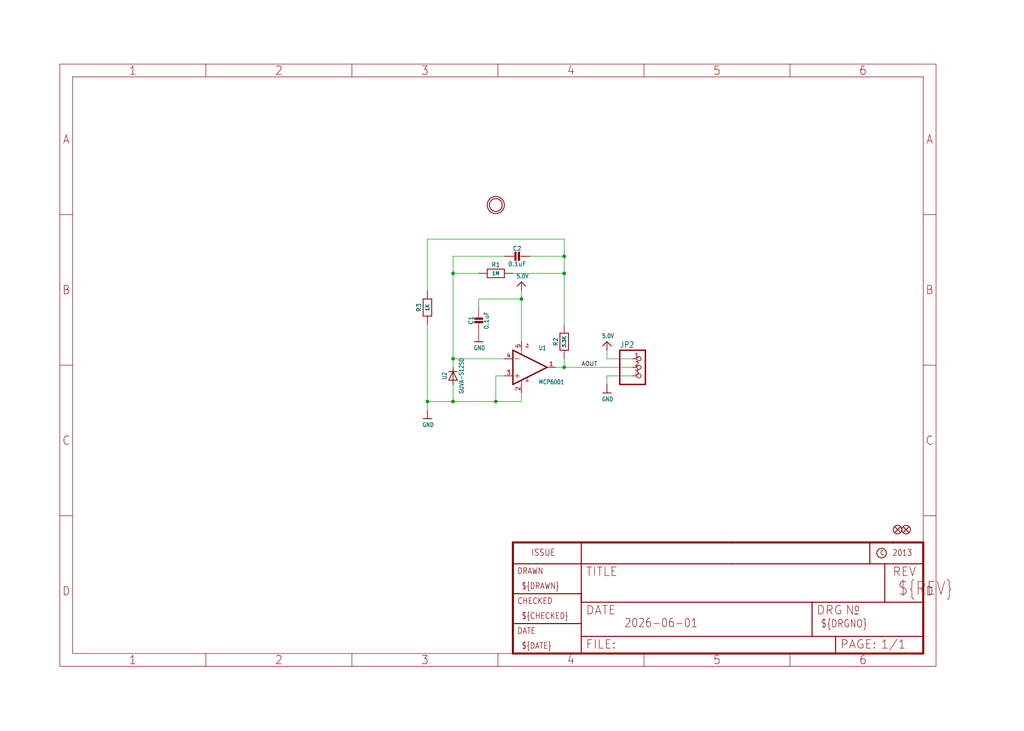
<source format=kicad_sch>
(kicad_sch (version 20231120) (generator "eeschema") (generator_version "8.0")
  (paper "User" 304.267 217.322)
  (lib_symbols
    (symbol "Adafruit GUVA UV Sensor Breakout-eagle-import:adafruit_PINHD-1X3CB"
      (property "Reference" "JP" (at -6.35 5.715 0))
      (symbol "adafruit_PINHD-1X3CB_1_0"
        (polyline (pts (xy -6.35 -5.08) (xy 1.27 -5.08)) (stroke (width 0.4064)))
        (polyline (pts (xy -6.35 5.08) (xy -6.35 -5.08)) (stroke (width 0.4064)))
        (polyline (pts (xy 1.27 -5.08) (xy 1.27 5.08)) (stroke (width 0.4064)))
        (polyline (pts (xy 1.27 5.08) (xy -6.35 5.08)) (stroke (width 0.4064)))
        (pin passive inverted (at -2.54 2.54 0) (length 2.54) (name "1") (number "1"))
        (pin passive inverted (at -2.54 0 0) (length 2.54) (name "2") (number "2"))
        (pin passive inverted (at -2.54 -2.54 0) (length 2.54) (name "3") (number "3"))
      )
    )
    (symbol "Adafruit GUVA UV Sensor Breakout-eagle-import:microbuilder_5.0V" (power)
      (symbol "microbuilder_5.0V_1_0"
        (polyline (pts (xy -1.27 -1.27) (xy 0 0)) (stroke (width 0.254)))
        (polyline (pts (xy 0 0) (xy 1.27 -1.27)) (stroke (width 0.254)))
        (pin power_in line (at 0 -2.54 90) (length 2.54) (name "5.0V") (number "1"))
      )
    )
    (symbol "Adafruit GUVA UV Sensor Breakout-eagle-import:microbuilder_CAP_CERAMIC0805-NOOUTLINE"
      (property "Reference" "C" (at -2.29 1.25 90))
      (symbol "microbuilder_CAP_CERAMIC0805-NOOUTLINE_1_0"
        (rectangle (start -1.27 0.508) (end 1.27 1.016) (fill (type outline)))
        (rectangle (start -1.27 1.524) (end 1.27 2.032) (fill (type outline)))
        (polyline (pts (xy 0 0.762) (xy 0 0)) (stroke (width 0.1524)))
        (polyline (pts (xy 0 2.54) (xy 0 1.778)) (stroke (width 0.1524)))
        (pin passive line (at 0 5.08 270) (length 2.54) (name "1") (number "1"))
        (pin passive line (at 0 -2.54 90) (length 2.54) (name "2") (number "2"))
      )
    )
    (symbol "Adafruit GUVA UV Sensor Breakout-eagle-import:microbuilder_FIDUCIAL{dblquote}{dblquote}"
      (symbol "microbuilder_FIDUCIAL{dblquote}{dblquote}_1_0"
        (polyline (pts (xy -0.762 0.762) (xy 0.762 -0.762)) (stroke (width 0.254)))
        (polyline (pts (xy 0.762 0.762) (xy -0.762 -0.762)) (stroke (width 0.254)))
        (circle (center 0 0) (radius 1.27) (stroke (width 0.254)))
      )
    )
    (symbol "Adafruit GUVA UV Sensor Breakout-eagle-import:microbuilder_FRAME_A4"
      (symbol "microbuilder_FRAME_A4_1_0"
        (polyline (pts (xy 0 44.7675) (xy 3.81 44.7675)))
        (polyline (pts (xy 0 89.535) (xy 3.81 89.535)))
        (polyline (pts (xy 0 134.3025) (xy 3.81 134.3025)))
        (polyline (pts (xy 3.81 3.81) (xy 3.81 175.26)))
        (polyline (pts (xy 43.3917 0) (xy 43.3917 3.81)))
        (polyline (pts (xy 43.3917 175.26) (xy 43.3917 179.07)))
        (polyline (pts (xy 86.7833 0) (xy 86.7833 3.81)))
        (polyline (pts (xy 86.7833 175.26) (xy 86.7833 179.07)))
        (polyline (pts (xy 130.175 0) (xy 130.175 3.81)))
        (polyline (pts (xy 130.175 175.26) (xy 130.175 179.07)))
        (polyline (pts (xy 173.5667 0) (xy 173.5667 3.81)))
        (polyline (pts (xy 173.5667 175.26) (xy 173.5667 179.07)))
        (polyline (pts (xy 216.9583 0) (xy 216.9583 3.81)))
        (polyline (pts (xy 216.9583 175.26) (xy 216.9583 179.07)))
        (polyline (pts (xy 256.54 3.81) (xy 3.81 3.81)))
        (polyline (pts (xy 256.54 3.81) (xy 256.54 8.89)) (stroke (width 0.1016)))
        (polyline (pts (xy 256.54 3.81) (xy 256.54 175.26)))
        (polyline (pts (xy 256.54 8.89) (xy 256.54 13.97)) (stroke (width 0.1016)))
        (polyline (pts (xy 256.54 13.97) (xy 256.54 19.05)) (stroke (width 0.1016)))
        (polyline (pts (xy 256.54 19.05) (xy 256.54 36.83)) (stroke (width 0.1016)))
        (polyline (pts (xy 256.54 44.7675) (xy 260.35 44.7675)))
        (polyline (pts (xy 256.54 89.535) (xy 260.35 89.535)))
        (polyline (pts (xy 256.54 134.3025) (xy 260.35 134.3025)))
        (polyline (pts (xy 256.54 175.26) (xy 3.81 175.26)))
        (polyline (pts (xy 0 0) (xy 260.35 0) (xy 260.35 179.07) (xy 0 179.07) (xy 0 0)))
        (text "1" (at 21.6958 1.905 0) (effects (font (size 2.54 2.286))))
        (text "1" (at 21.6958 177.165 0) (effects (font (size 2.54 2.286))))
        (text "2" (at 65.0875 1.905 0) (effects (font (size 2.54 2.286))))
        (text "2" (at 65.0875 177.165 0) (effects (font (size 2.54 2.286))))
        (text "3" (at 108.4792 1.905 0) (effects (font (size 2.54 2.286))))
        (text "3" (at 108.4792 177.165 0) (effects (font (size 2.54 2.286))))
        (text "4" (at 151.8708 1.905 0) (effects (font (size 2.54 2.286))))
        (text "4" (at 151.8708 177.165 0) (effects (font (size 2.54 2.286))))
        (text "5" (at 195.2625 1.905 0) (effects (font (size 2.54 2.286))))
        (text "5" (at 195.2625 177.165 0) (effects (font (size 2.54 2.286))))
        (text "6" (at 238.6542 1.905 0) (effects (font (size 2.54 2.286))))
        (text "6" (at 238.6542 177.165 0) (effects (font (size 2.54 2.286))))
        (text "A" (at 1.905 156.6863 0) (effects (font (size 2.54 2.286))))
        (text "A" (at 258.445 156.6863 0) (effects (font (size 2.54 2.286))))
        (text "B" (at 1.905 111.9188 0) (effects (font (size 2.54 2.286))))
        (text "B" (at 258.445 111.9188 0) (effects (font (size 2.54 2.286))))
        (text "C" (at 1.905 67.1513 0) (effects (font (size 2.54 2.286))))
        (text "C" (at 258.445 67.1513 0) (effects (font (size 2.54 2.286))))
        (text "D" (at 1.905 22.3838 0) (effects (font (size 2.54 2.286))))
        (text "D" (at 258.445 22.3838 0) (effects (font (size 2.54 2.286))))
      )
      (symbol "microbuilder_FRAME_A4_2_0"
        (polyline (pts (xy 1.27 -6.35) (xy 1.27 0)) (stroke (width 0.1016)))
        (polyline (pts (xy 1.27 0) (xy 82.55 0)) (stroke (width 0.1016)))
        (polyline (pts (xy 82.55 -6.35) (xy 1.27 -6.35)) (stroke (width 0.1016)))
        (polyline (pts (xy 82.55 0) (xy 82.55 -6.35)) (stroke (width 0.1016)))
        (text "PART OR WHOLE IS STRICTLY PROHIBITED WITHOUT WRITTEN PERMISSION!" (at 3.81 -5.08 0) (effects (font (size 1.27 1.0795)) (justify left bottom)))
        (text "PROPRIETARY" (at 3.81 -10.16 0) (effects (font (size 2.54 2.159) (thickness 0.4318) (bold yes)) (justify left bottom)))
        (text "THIS DRAWING CONTAINS CONFIDENTIAL INFORMATION. ANY REPRODUCTION IN" (at 3.81 -2.794 0) (effects (font (size 1.27 1.0795)) (justify left bottom)))
      )
      (symbol "microbuilder_FRAME_A4_3_0"
        (polyline (pts (xy 0 1.27) (xy 20.32 1.27)) (stroke (width 0.6096)))
        (polyline (pts (xy 0 10.16) (xy 0 1.27)) (stroke (width 0.6096)))
        (polyline (pts (xy 0 10.16) (xy 20.32 10.16)) (stroke (width 0.3048)))
        (polyline (pts (xy 0 19.05) (xy 0 10.16)) (stroke (width 0.6096)))
        (polyline (pts (xy 0 19.05) (xy 20.32 19.05)) (stroke (width 0.3048)))
        (polyline (pts (xy 0 27.94) (xy 0 19.05)) (stroke (width 0.6096)))
        (polyline (pts (xy 0 27.94) (xy 20.32 27.94)) (stroke (width 0.3048)))
        (polyline (pts (xy 0 34.29) (xy 0 27.94)) (stroke (width 0.6096)))
        (polyline (pts (xy 20.32 1.27) (xy 20.32 6.35)) (stroke (width 0.3048)))
        (polyline (pts (xy 20.32 1.27) (xy 95.885 1.27)) (stroke (width 0.6096)))
        (polyline (pts (xy 20.32 6.35) (xy 20.32 10.16)) (stroke (width 0.3048)))
        (polyline (pts (xy 20.32 6.35) (xy 88.9 6.35)) (stroke (width 0.3048)))
        (polyline (pts (xy 20.32 10.16) (xy 20.32 19.05)) (stroke (width 0.3048)))
        (polyline (pts (xy 20.32 16.51) (xy 20.32 19.05)) (stroke (width 0.3048)))
        (polyline (pts (xy 20.32 19.05) (xy 20.32 27.94)) (stroke (width 0.3048)))
        (polyline (pts (xy 20.32 27.94) (xy 20.32 34.29)) (stroke (width 0.3048)))
        (polyline (pts (xy 20.32 27.94) (xy 65.0875 27.94)) (stroke (width 0.3048)))
        (polyline (pts (xy 20.32 34.29) (xy 0 34.29)) (stroke (width 0.6096)))
        (polyline (pts (xy 65.0875 27.94) (xy 106.045 27.94)) (stroke (width 0.3048)))
        (polyline (pts (xy 65.0875 34.29) (xy 20.32 34.29)) (stroke (width 0.6096)))
        (polyline (pts (xy 88.9 6.35) (xy 95.885 6.35)) (stroke (width 0.3048)))
        (polyline (pts (xy 88.9 16.51) (xy 20.32 16.51)) (stroke (width 0.3048)))
        (polyline (pts (xy 88.9 16.51) (xy 88.9 6.35)) (stroke (width 0.3048)))
        (polyline (pts (xy 95.885 1.27) (xy 121.92 1.27)) (stroke (width 0.6096)))
        (polyline (pts (xy 95.885 6.35) (xy 95.885 1.27)) (stroke (width 0.3048)))
        (polyline (pts (xy 95.885 6.35) (xy 121.92 6.35)) (stroke (width 0.3048)))
        (polyline (pts (xy 101.6 13.0175) (xy 102.5525 13.0175)) (stroke (width 0.254)))
        (polyline (pts (xy 106.045 27.94) (xy 106.045 34.29)) (stroke (width 0.3048)))
        (polyline (pts (xy 106.045 27.94) (xy 110.49 27.94)) (stroke (width 0.3048)))
        (polyline (pts (xy 106.045 34.29) (xy 65.0875 34.29)) (stroke (width 0.6096)))
        (polyline (pts (xy 110.49 16.51) (xy 88.9 16.51)) (stroke (width 0.3048)))
        (polyline (pts (xy 110.49 27.94) (xy 110.49 16.51)) (stroke (width 0.3048)))
        (polyline (pts (xy 110.49 27.94) (xy 113.03 27.94)) (stroke (width 0.3048)))
        (polyline (pts (xy 113.03 27.94) (xy 121.92 27.94)) (stroke (width 0.3048)))
        (polyline (pts (xy 113.03 34.29) (xy 106.045 34.29)) (stroke (width 0.6096)))
        (polyline (pts (xy 121.92 6.35) (xy 121.92 1.27)) (stroke (width 0.6096)))
        (polyline (pts (xy 121.92 16.51) (xy 110.49 16.51)) (stroke (width 0.3048)))
        (polyline (pts (xy 121.92 16.51) (xy 121.92 6.35)) (stroke (width 0.6096)))
        (polyline (pts (xy 121.92 27.94) (xy 121.92 16.51)) (stroke (width 0.6096)))
        (polyline (pts (xy 121.92 34.29) (xy 113.03 34.29)) (stroke (width 0.6096)))
        (polyline (pts (xy 121.92 34.29) (xy 121.92 27.94)) (stroke (width 0.6096)))
        (circle (center 109.5375 31.115) (radius 1.4199) (stroke (width 0.254)))
        (text "${#}/${##}" (at 109.22 2.54 0) (effects (font (size 2.54 2.54)) (justify left bottom)))
        (text "${CHECKED}" (at 2.54 11.43 0) (effects (font (size 1.778 1.5113)) (justify left bottom)))
        (text "${COMPANY}" (at 23.6538 29.3687 0) (effects (font (size 3.175 2.6987) (thickness 0.5397) (bold yes)) (justify left bottom)))
        (text "${CURRENT_DATE}" (at 33.02 8.89 0) (effects (font (size 2.54 2.159)) (justify left bottom)))
        (text "${DATE}" (at 2.54 2.54 0) (effects (font (size 1.778 1.5113)) (justify left bottom)))
        (text "${DRAWN}" (at 2.54 20.32 0) (effects (font (size 1.778 1.5113)) (justify left bottom)))
        (text "${DRGNO}" (at 91.44 8.89 0) (effects (font (size 2.1844 1.8567)) (justify left bottom)))
        (text "${PROJECTNAME}" (at 33.3375 2.54 0) (effects (font (size 2.54 2.159)) (justify left bottom)))
        (text "${REV}" (at 114.3 18.415 0) (effects (font (size 3.81 3.2385)) (justify left bottom)))
        (text "2013" (at 112.7125 30.1625 0) (effects (font (size 1.778 1.5113)) (justify left bottom)))
        (text "C" (at 109.0612 30.48 0) (effects (font (size 1.27 1.0795)) (justify left bottom)))
        (text "CHECKED" (at 1.27 15.875 0) (effects (font (size 1.778 1.5113)) (justify left bottom)))
        (text "DATE" (at 1.27 6.985 0) (effects (font (size 1.778 1.5113)) (justify left bottom)))
        (text "DATE" (at 21.59 12.7 0) (effects (font (size 2.54 2.54)) (justify left bottom)))
        (text "DRAWN" (at 1.27 24.765 0) (effects (font (size 1.778 1.5113)) (justify left bottom)))
        (text "DRG" (at 90.17 12.7 0) (effects (font (size 2.54 2.54)) (justify left bottom)))
        (text "FILE:" (at 21.59 2.54 0) (effects (font (size 2.54 2.54)) (justify left bottom)))
        (text "ISSUE" (at 5.3975 30.1625 0) (effects (font (size 1.9304 1.6408)) (justify left bottom)))
        (text "N" (at 98.7425 12.7 0) (effects (font (size 2.54 2.54)) (justify left bottom)))
        (text "o" (at 101.2825 13.6525 0) (effects (font (size 2.1844 1.8567)) (justify left bottom)))
        (text "PAGE:" (at 97.155 2.54 0) (effects (font (size 2.54 2.54)) (justify left bottom)))
        (text "REV" (at 112.7125 24.13 0) (effects (font (size 2.54 2.54)) (justify left bottom)))
        (text "TITLE" (at 21.59 24.13 0) (effects (font (size 2.54 2.54)) (justify left bottom)))
      )
    )
    (symbol "Adafruit GUVA UV Sensor Breakout-eagle-import:microbuilder_GND" (power)
      (symbol "microbuilder_GND_1_0"
        (polyline (pts (xy -1.27 0) (xy 1.27 0)) (stroke (width 0.254)))
        (pin power_in line (at 0 2.54 270) (length 2.54) (name "GND") (number "1"))
      )
    )
    (symbol "Adafruit GUVA UV Sensor Breakout-eagle-import:microbuilder_MOUNTINGHOLE2.5"
      (symbol "microbuilder_MOUNTINGHOLE2.5_1_0"
        (circle (center 0 0) (radius 1.905) (stroke (width 0.254)))
        (circle (center 0 0) (radius 2.54) (stroke (width 0.254)))
      )
    )
    (symbol "Adafruit GUVA UV Sensor Breakout-eagle-import:microbuilder_OPAMP_SINGLESOT235"
      (property "Reference" "U" (at 2.54 5.08 0))
      (symbol "microbuilder_OPAMP_SINGLESOT235_1_0"
        (polyline (pts (xy -5.08 -5.08) (xy -5.08 5.08)) (stroke (width 0.4064)))
        (polyline (pts (xy -5.08 5.08) (xy 5.08 0)) (stroke (width 0.4064)))
        (polyline (pts (xy -4.445 -2.54) (xy -3.175 -2.54)) (stroke (width 0.1524)))
        (polyline (pts (xy -4.445 2.54) (xy -3.175 2.54)) (stroke (width 0.1524)))
        (polyline (pts (xy -3.81 -3.175) (xy -3.81 -1.905)) (stroke (width 0.1524)))
        (polyline (pts (xy -2.54 -5.08) (xy -2.54 -3.8862)) (stroke (width 0.1524)))
        (polyline (pts (xy -2.54 3.9116) (xy -2.54 5.08)) (stroke (width 0.1524)))
        (polyline (pts (xy 5.08 0) (xy -5.08 -5.08)) (stroke (width 0.4064)))
        (text "V+" (at -1.27 5.715 900) (effects (font (size 0.8128 0.6908)) (justify left top)))
        (text "V-" (at -1.27 -4.445 900) (effects (font (size 0.8128 0.6908)) (justify left top)))
        (pin output line (at 7.62 0 180) (length 2.54) (name "OUT") (number "1"))
        (pin power_in line (at -2.54 -7.62 90) (length 2.54) (name "V-") (number "2"))
        (pin input line (at -7.62 -2.54 0) (length 2.54) (name "+IN") (number "3"))
        (pin input line (at -7.62 2.54 0) (length 2.54) (name "-IN") (number "4"))
        (pin power_in line (at -2.54 7.62 270) (length 2.54) (name "V+") (number "5"))
      )
    )
    (symbol "Adafruit GUVA UV Sensor Breakout-eagle-import:microbuilder_RESISTOR0805_NOOUTLINE"
      (property "Reference" "R" (at 0 2.54 0))
      (symbol "microbuilder_RESISTOR0805_NOOUTLINE_1_0"
        (polyline (pts (xy -2.54 -1.27) (xy -2.54 1.27)) (stroke (width 0.254)))
        (polyline (pts (xy -2.54 1.27) (xy 2.54 1.27)) (stroke (width 0.254)))
        (polyline (pts (xy 2.54 -1.27) (xy -2.54 -1.27)) (stroke (width 0.254)))
        (polyline (pts (xy 2.54 1.27) (xy 2.54 -1.27)) (stroke (width 0.254)))
        (pin passive line (at -5.08 0 0) (length 2.54) (name "1") (number "1"))
        (pin passive line (at 5.08 0 180) (length 2.54) (name "2") (number "2"))
      )
    )
    (symbol "Adafruit GUVA UV Sensor Breakout-eagle-import:microbuilder_UV_GUVA-S12SD"
      (property "Reference" "U" (at 0 2.54 0))
      (symbol "microbuilder_UV_GUVA-S12SD_1_0"
        (polyline (pts (xy -1.27 -1.27) (xy 1.27 0)) (stroke (width 0.254)))
        (polyline (pts (xy -1.27 1.27) (xy -1.27 -1.27)) (stroke (width 0.254)))
        (polyline (pts (xy 1.27 0) (xy -1.27 1.27)) (stroke (width 0.254)))
        (polyline (pts (xy 1.27 0) (xy 1.27 -1.27)) (stroke (width 0.254)))
        (polyline (pts (xy 1.27 1.27) (xy 1.27 0)) (stroke (width 0.254)))
        (pin passive line (at -2.54 0 0) (length 2.54) (name "A") (number "A"))
        (pin passive line (at 2.54 0 180) (length 2.54) (name "C") (number "K"))
      )
    )
  )
  (junction (at 134.62 119.38))
  (junction (at 167.64 76.2))
  (junction (at 167.64 81.28))
  (junction (at 167.64 109.22))
  (junction (at 147.32 119.38))
  (junction (at 134.62 106.68))
  (junction (at 127 119.38))
  (junction (at 134.62 81.28))
  (junction (at 154.94 88.9))
  (wire (pts (xy 142.24 88.9) (xy 154.94 88.9)) (stroke (width 0.1524)))
  (wire (pts (xy 127 86.36) (xy 127 71.12)) (stroke (width 0.1524)))
  (wire (pts (xy 154.94 88.9) (xy 154.94 86.36)) (stroke (width 0.1524)))
  (wire (pts (xy 152.4 81.28) (xy 167.64 81.28)) (stroke (width 0.1524)))
  (wire (pts (xy 127 121.92) (xy 127 119.38)) (stroke (width 0.1524)))
  (wire (pts (xy 154.94 116.84) (xy 154.94 119.38)) (stroke (width 0.1524)))
  (wire (pts (xy 157.48 76.2) (xy 167.64 76.2)) (stroke (width 0.1524)))
  (wire (pts (xy 180.34 111.76) (xy 180.34 114.3)) (stroke (width 0.1524)))
  (wire (pts (xy 134.62 76.2) (xy 149.86 76.2)) (stroke (width 0.1524)))
  (wire (pts (xy 187.96 106.68) (xy 180.34 106.68)) (stroke (width 0.1524)))
  (wire (pts (xy 134.62 114.3) (xy 134.62 119.38)) (stroke (width 0.1524)))
  (wire (pts (xy 149.86 106.68) (xy 134.62 106.68)) (stroke (width 0.1524)))
  (wire (pts (xy 180.34 106.68) (xy 180.34 104.14)) (stroke (width 0.1524)))
  (wire (pts (xy 134.62 106.68) (xy 134.62 109.22)) (stroke (width 0.1524)))
  (wire (pts (xy 147.32 111.76) (xy 147.32 119.38)) (stroke (width 0.1524)))
  (wire (pts (xy 134.62 81.28) (xy 134.62 76.2)) (stroke (width 0.1524)))
  (wire (pts (xy 167.64 109.22) (xy 187.96 109.22)) (stroke (width 0.1524)))
  (wire (pts (xy 167.64 71.12) (xy 167.64 76.2)) (stroke (width 0.1524)))
  (wire (pts (xy 167.64 109.22) (xy 167.64 106.68)) (stroke (width 0.1524)))
  (wire (pts (xy 134.62 81.28) (xy 142.24 81.28)) (stroke (width 0.1524)))
  (wire (pts (xy 187.96 111.76) (xy 180.34 111.76)) (stroke (width 0.1524)))
  (wire (pts (xy 147.32 119.38) (xy 134.62 119.38)) (stroke (width 0.1524)))
  (wire (pts (xy 142.24 91.44) (xy 142.24 88.9)) (stroke (width 0.1524)))
  (wire (pts (xy 154.94 119.38) (xy 147.32 119.38)) (stroke (width 0.1524)))
  (wire (pts (xy 165.1 109.22) (xy 167.64 109.22)) (stroke (width 0.1524)))
  (wire (pts (xy 149.86 111.76) (xy 147.32 111.76)) (stroke (width 0.1524)))
  (wire (pts (xy 134.62 106.68) (xy 134.62 81.28)) (stroke (width 0.1524)))
  (wire (pts (xy 127 71.12) (xy 167.64 71.12)) (stroke (width 0.1524)))
  (wire (pts (xy 167.64 81.28) (xy 167.64 96.52)) (stroke (width 0.1524)))
  (wire (pts (xy 154.94 101.6) (xy 154.94 88.9)) (stroke (width 0.1524)))
  (wire (pts (xy 134.62 119.38) (xy 127 119.38)) (stroke (width 0.1524)))
  (wire (pts (xy 127 119.38) (xy 127 96.52)) (stroke (width 0.1524)))
  (wire (pts (xy 167.64 76.2) (xy 167.64 81.28)) (stroke (width 0.1524)))
  (label "AOUT" (at 172.72 109.22 0) (effects (font (size 1.2446 1.2446))))
  (symbol (lib_id "Adafruit GUVA UV Sensor Breakout-eagle-import:microbuilder_RESISTOR0805_NOOUTLINE") (at 127 91.44 90) (unit 1)
    (property "Reference" "R3" (at 124.46 91.44 0))
    (property "Value" "1K" (at 127 91.44 0) (effects (font (size 1.016 1.016) (bold yes))))
    (property "Footprint" "Adafruit GUVA UV Sensor Breakout:0805-NO" (effects (hide yes)))
  )
  (symbol (lib_id "Adafruit GUVA UV Sensor Breakout-eagle-import:microbuilder_OPAMP_SINGLESOT235") (at 157.48 109.22 0) (unit 1)
    (property "Reference" "U1" (at 160.02 104.14 0) (effects (font (size 1.27 1.0795)) (justify left bottom)))
    (property "Value" "MCP6001" (at 160.02 114.3 0) (effects (font (size 1.27 1.0795)) (justify left bottom)))
    (property "Footprint" "Adafruit GUVA UV Sensor Breakout:SOT23-5" (effects (hide yes)))
  )
  (symbol (lib_id "Adafruit GUVA UV Sensor Breakout-eagle-import:microbuilder_FRAME_A4") (at 17.78 198.12 0) (unit 1)
    (property "Reference" "#FRAME1" (effects (hide yes)))
    (property "Value" "FRAME_A4" (effects (hide yes)))
  )
  (symbol (lib_id "Adafruit GUVA UV Sensor Breakout-eagle-import:microbuilder_FRAME_A4") (at 152.4 195.58 0) (unit 3)
    (property "Reference" "#FRAME1" (effects (hide yes)))
    (property "Value" "FRAME_A4" (effects (hide yes)))
  )
  (symbol (lib_id "Adafruit GUVA UV Sensor Breakout-eagle-import:microbuilder_GND") (at 127 124.46 0) (unit 1)
    (property "Reference" "#U$3" (effects (hide yes)))
    (property "Value" "GND" (at 125.476 127 0) (effects (font (size 1.27 1.0795)) (justify left bottom)))
  )
  (symbol (lib_id "Adafruit GUVA UV Sensor Breakout-eagle-import:microbuilder_FIDUCIAL{dblquote}{dblquote}") (at 269.24 157.48 0) (unit 1)
    (property "Reference" "FID1" (effects (hide yes)))
    (property "Value" "FIDUCIAL{dblquote}{dblquote}" (effects (hide yes)))
    (property "Footprint" "Adafruit GUVA UV Sensor Breakout:FIDUCIAL_1MM" (effects (hide yes)))
  )
  (symbol (lib_id "Adafruit GUVA UV Sensor Breakout-eagle-import:microbuilder_GND") (at 180.34 116.84 0) (unit 1)
    (property "Reference" "#U$5" (effects (hide yes)))
    (property "Value" "GND" (at 178.816 119.38 0) (effects (font (size 1.27 1.0795)) (justify left bottom)))
  )
  (symbol (lib_id "Adafruit GUVA UV Sensor Breakout-eagle-import:microbuilder_MOUNTINGHOLE2.5") (at 147.32 60.96 0) (unit 1)
    (property "Reference" "U$6" (effects (hide yes)))
    (property "Value" "MOUNTINGHOLE2.5" (effects (hide yes)))
    (property "Footprint" "Adafruit GUVA UV Sensor Breakout:MOUNTINGHOLE_2.5_PLATED" (effects (hide yes)))
  )
  (symbol (lib_id "Adafruit GUVA UV Sensor Breakout-eagle-import:microbuilder_RESISTOR0805_NOOUTLINE") (at 167.64 101.6 90) (unit 1)
    (property "Reference" "R2" (at 165.1 101.6 0))
    (property "Value" "3.3K" (at 167.64 101.6 0) (effects (font (size 1.016 1.016) (bold yes))))
    (property "Footprint" "Adafruit GUVA UV Sensor Breakout:0805-NO" (effects (hide yes)))
  )
  (symbol (lib_id "Adafruit GUVA UV Sensor Breakout-eagle-import:microbuilder_RESISTOR0805_NOOUTLINE") (at 147.32 81.28 0) (unit 1)
    (property "Reference" "R1" (at 147.32 78.74 0))
    (property "Value" "1M" (at 147.32 81.28 0) (effects (font (size 1.016 1.016) (bold yes))))
    (property "Footprint" "Adafruit GUVA UV Sensor Breakout:0805-NO" (effects (hide yes)))
  )
  (symbol (lib_id "Adafruit GUVA UV Sensor Breakout-eagle-import:adafruit_PINHD-1X3CB") (at 190.5 109.22 0) (unit 1)
    (property "Reference" "JP2" (at 184.15 103.505 0) (effects (font (size 1.778 1.5113)) (justify left bottom)))
    (property "Value" "PINHD-1X3CB" (effects (hide yes)))
    (property "Footprint" "Adafruit GUVA UV Sensor Breakout:1X03-CLEANBIG" (effects (hide yes)))
  )
  (symbol (lib_id "Adafruit GUVA UV Sensor Breakout-eagle-import:microbuilder_CAP_CERAMIC0805-NOOUTLINE") (at 152.4 76.2 270) (unit 1)
    (property "Reference" "C2" (at 153.65 73.91 90))
    (property "Value" "0.1uF" (at 153.65 78.5 90))
    (property "Footprint" "Adafruit GUVA UV Sensor Breakout:0805-NO" (effects (hide yes)))
  )
  (symbol (lib_id "Adafruit GUVA UV Sensor Breakout-eagle-import:microbuilder_UV_GUVA-S12SD") (at 134.62 111.76 90) (unit 1)
    (property "Reference" "U2" (at 132.08 111.76 0) (effects (font (size 1.27 1.0795))))
    (property "Value" "GUVA-S12SD" (at 137.12 111.76 0) (effects (font (size 1.27 1.0795))))
    (property "Footprint" "Adafruit GUVA UV Sensor Breakout:GUVA-S12SD" (effects (hide yes)))
  )
  (symbol (lib_id "Adafruit GUVA UV Sensor Breakout-eagle-import:microbuilder_GND") (at 142.24 101.6 0) (unit 1)
    (property "Reference" "#U$2" (effects (hide yes)))
    (property "Value" "GND" (at 140.716 104.14 0) (effects (font (size 1.27 1.0795)) (justify left bottom)))
  )
  (symbol (lib_id "Adafruit GUVA UV Sensor Breakout-eagle-import:microbuilder_5.0V") (at 154.94 83.82 0) (unit 1)
    (property "Reference" "#U$1" (effects (hide yes)))
    (property "Value" "5.0V" (at 153.416 82.804 0) (effects (font (size 1.27 1.0795)) (justify left bottom)))
  )
  (symbol (lib_id "Adafruit GUVA UV Sensor Breakout-eagle-import:microbuilder_5.0V") (at 180.34 101.6 0) (unit 1)
    (property "Reference" "#U$4" (effects (hide yes)))
    (property "Value" "5.0V" (at 178.816 100.584 0) (effects (font (size 1.27 1.0795)) (justify left bottom)))
  )
  (symbol (lib_id "Adafruit GUVA UV Sensor Breakout-eagle-import:microbuilder_FIDUCIAL{dblquote}{dblquote}") (at 266.7 157.48 0) (unit 1)
    (property "Reference" "FID2" (effects (hide yes)))
    (property "Value" "FIDUCIAL{dblquote}{dblquote}" (effects (hide yes)))
    (property "Footprint" "Adafruit GUVA UV Sensor Breakout:FIDUCIAL_1MM" (effects (hide yes)))
  )
  (symbol (lib_id "Adafruit GUVA UV Sensor Breakout-eagle-import:microbuilder_CAP_CERAMIC0805-NOOUTLINE") (at 142.24 96.52 0) (unit 1)
    (property "Reference" "C1" (at 139.95 95.27 90))
    (property "Value" "0.1uF" (at 144.54 95.27 90))
    (property "Footprint" "Adafruit GUVA UV Sensor Breakout:0805-NO" (effects (hide yes)))
  )
)
</source>
